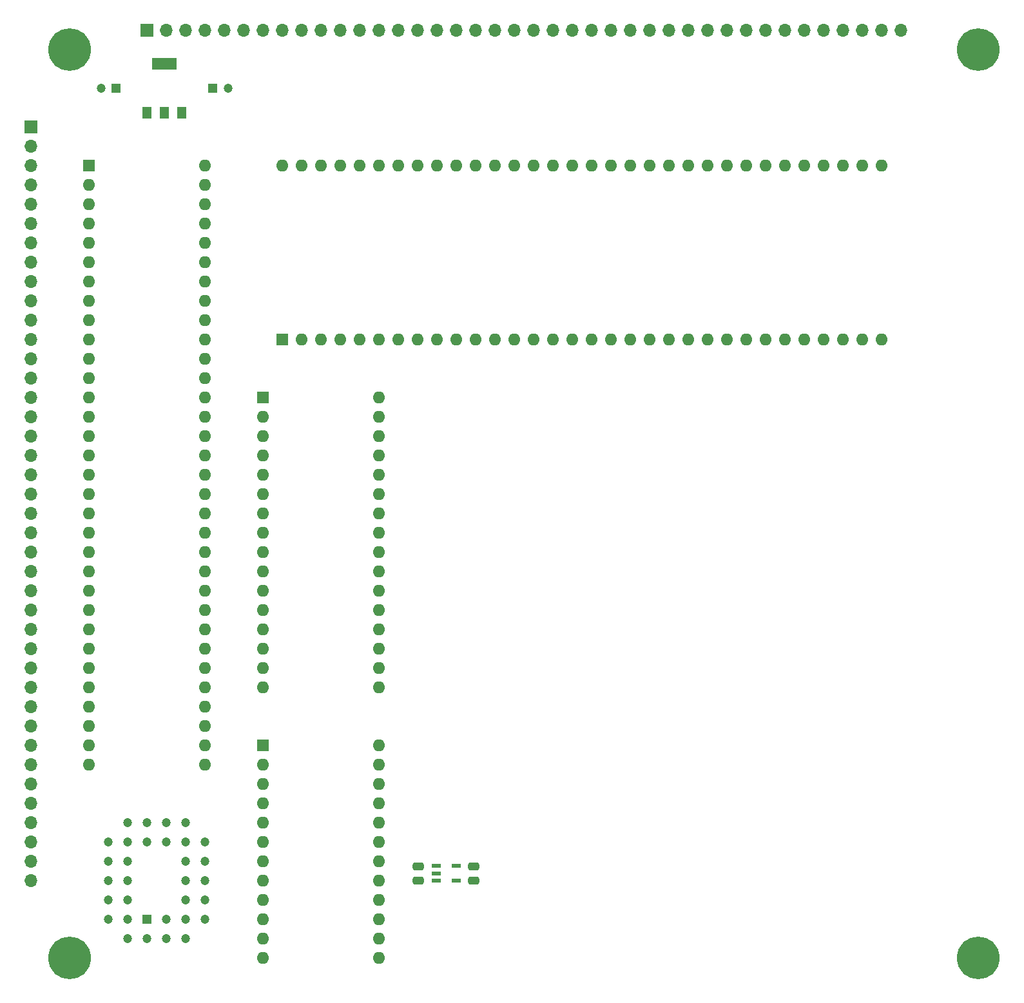
<source format=gbr>
%TF.GenerationSoftware,KiCad,Pcbnew,7.0.5*%
%TF.CreationDate,2023-12-16T12:10:52+02:00*%
%TF.ProjectId,VIA Board,56494120-426f-4617-9264-2e6b69636164,rev?*%
%TF.SameCoordinates,Original*%
%TF.FileFunction,Soldermask,Top*%
%TF.FilePolarity,Negative*%
%FSLAX46Y46*%
G04 Gerber Fmt 4.6, Leading zero omitted, Abs format (unit mm)*
G04 Created by KiCad (PCBNEW 7.0.5) date 2023-12-16 12:10:52*
%MOMM*%
%LPD*%
G01*
G04 APERTURE LIST*
G04 Aperture macros list*
%AMRoundRect*
0 Rectangle with rounded corners*
0 $1 Rounding radius*
0 $2 $3 $4 $5 $6 $7 $8 $9 X,Y pos of 4 corners*
0 Add a 4 corners polygon primitive as box body*
4,1,4,$2,$3,$4,$5,$6,$7,$8,$9,$2,$3,0*
0 Add four circle primitives for the rounded corners*
1,1,$1+$1,$2,$3*
1,1,$1+$1,$4,$5*
1,1,$1+$1,$6,$7*
1,1,$1+$1,$8,$9*
0 Add four rect primitives between the rounded corners*
20,1,$1+$1,$2,$3,$4,$5,0*
20,1,$1+$1,$4,$5,$6,$7,0*
20,1,$1+$1,$6,$7,$8,$9,0*
20,1,$1+$1,$8,$9,$2,$3,0*%
G04 Aperture macros list end*
%ADD10R,1.200000X1.500000*%
%ADD11R,3.300000X1.500000*%
%ADD12RoundRect,0.250000X0.475000X-0.250000X0.475000X0.250000X-0.475000X0.250000X-0.475000X-0.250000X0*%
%ADD13R,1.600000X1.600000*%
%ADD14O,1.600000X1.600000*%
%ADD15C,5.600000*%
%ADD16R,1.200000X1.200000*%
%ADD17C,1.200000*%
%ADD18R,1.150000X0.600000*%
%ADD19R,1.700000X1.700000*%
%ADD20O,1.700000X1.700000*%
G04 APERTURE END LIST*
D10*
%TO.C,IC3*%
X66058000Y-46380000D03*
X68358000Y-46380000D03*
X70658000Y-46380000D03*
D11*
X68358000Y-39980000D03*
%TD*%
D12*
%TO.C,C1*%
X101727000Y-147365000D03*
X101727000Y-145465000D03*
%TD*%
D13*
%TO.C,B16*%
X58420000Y-53340000D03*
D14*
X58420000Y-55880000D03*
X58420000Y-58420000D03*
X58420000Y-60960000D03*
X58420000Y-63500000D03*
X58420000Y-66040000D03*
X58420000Y-68580000D03*
X58420000Y-71120000D03*
X58420000Y-73660000D03*
X58420000Y-76200000D03*
X58420000Y-78740000D03*
X58420000Y-81280000D03*
X58420000Y-83820000D03*
X58420000Y-86360000D03*
X58420000Y-88900000D03*
X58420000Y-91440000D03*
X58420000Y-93980000D03*
X58420000Y-96520000D03*
X58420000Y-99060000D03*
X58420000Y-101600000D03*
X58420000Y-104140000D03*
X58420000Y-106680000D03*
X58420000Y-109220000D03*
X58420000Y-111760000D03*
X58420000Y-114300000D03*
X58420000Y-116840000D03*
X58420000Y-119380000D03*
X58420000Y-121920000D03*
X58420000Y-124460000D03*
X58420000Y-127000000D03*
X58420000Y-129540000D03*
X58420000Y-132080000D03*
X73660000Y-132080000D03*
X73660000Y-129540000D03*
X73660000Y-127000000D03*
X73660000Y-124460000D03*
X73660000Y-121920000D03*
X73660000Y-119380000D03*
X73660000Y-116840000D03*
X73660000Y-114300000D03*
X73660000Y-111760000D03*
X73660000Y-109220000D03*
X73660000Y-106680000D03*
X73660000Y-104140000D03*
X73660000Y-101600000D03*
X73660000Y-99060000D03*
X73660000Y-96520000D03*
X73660000Y-93980000D03*
X73660000Y-91440000D03*
X73660000Y-88900000D03*
X73660000Y-86360000D03*
X73660000Y-83820000D03*
X73660000Y-81280000D03*
X73660000Y-78740000D03*
X73660000Y-76200000D03*
X73660000Y-73660000D03*
X73660000Y-71120000D03*
X73660000Y-68580000D03*
X73660000Y-66040000D03*
X73660000Y-63500000D03*
X73660000Y-60960000D03*
X73660000Y-58420000D03*
X73660000Y-55880000D03*
X73660000Y-53340000D03*
%TD*%
D15*
%TO.C,H4*%
X175260000Y-38100000D03*
%TD*%
D16*
%TO.C,C4*%
X74708000Y-43180000D03*
D17*
X76708000Y-43180000D03*
%TD*%
D18*
%TO.C,IC2*%
X104080000Y-145420000D03*
X104080000Y-146370000D03*
X104080000Y-147320000D03*
X106680000Y-147320000D03*
X106680000Y-145420000D03*
%TD*%
D13*
%TO.C,B1*%
X83820000Y-76200000D03*
D14*
X86360000Y-76200000D03*
X88900000Y-76200000D03*
X91440000Y-76200000D03*
X93980000Y-76200000D03*
X96520000Y-76200000D03*
X99060000Y-76200000D03*
X101600000Y-76200000D03*
X104140000Y-76200000D03*
X106680000Y-76200000D03*
X109220000Y-76200000D03*
X111760000Y-76200000D03*
X114300000Y-76200000D03*
X116840000Y-76200000D03*
X119380000Y-76200000D03*
X121920000Y-76200000D03*
X124460000Y-76200000D03*
X127000000Y-76200000D03*
X129540000Y-76200000D03*
X132080000Y-76200000D03*
X134620000Y-76200000D03*
X137160000Y-76200000D03*
X139700000Y-76200000D03*
X142240000Y-76200000D03*
X144780000Y-76200000D03*
X147320000Y-76200000D03*
X149860000Y-76200000D03*
X152400000Y-76200000D03*
X154940000Y-76200000D03*
X157480000Y-76200000D03*
X160020000Y-76200000D03*
X162560000Y-76200000D03*
X162560000Y-53340000D03*
X160020000Y-53340000D03*
X157480000Y-53340000D03*
X154940000Y-53340000D03*
X152400000Y-53340000D03*
X149860000Y-53340000D03*
X147320000Y-53340000D03*
X144780000Y-53340000D03*
X142240000Y-53340000D03*
X139700000Y-53340000D03*
X137160000Y-53340000D03*
X134620000Y-53340000D03*
X132080000Y-53340000D03*
X129540000Y-53340000D03*
X127000000Y-53340000D03*
X124460000Y-53340000D03*
X121920000Y-53340000D03*
X119380000Y-53340000D03*
X116840000Y-53340000D03*
X114300000Y-53340000D03*
X111760000Y-53340000D03*
X109220000Y-53340000D03*
X106680000Y-53340000D03*
X104140000Y-53340000D03*
X101600000Y-53340000D03*
X99060000Y-53340000D03*
X96520000Y-53340000D03*
X93980000Y-53340000D03*
X91440000Y-53340000D03*
X88900000Y-53340000D03*
X86360000Y-53340000D03*
X83820000Y-53340000D03*
%TD*%
D15*
%TO.C,H1*%
X55880000Y-38100000D03*
%TD*%
D12*
%TO.C,C2*%
X108966000Y-147365000D03*
X108966000Y-145465000D03*
%TD*%
D15*
%TO.C,H3*%
X55880000Y-157480000D03*
%TD*%
%TO.C,H2*%
X175260000Y-157480000D03*
%TD*%
D16*
%TO.C,C3*%
X62008000Y-43180000D03*
D17*
X60008000Y-43180000D03*
%TD*%
D16*
%TO.C,IC1*%
X66040000Y-152400000D03*
D17*
X68580000Y-154940000D03*
X68580000Y-152400000D03*
X71120000Y-154940000D03*
X73660000Y-152400000D03*
X71120000Y-152400000D03*
X73660000Y-149860000D03*
X71120000Y-149860000D03*
X73660000Y-147320000D03*
X71120000Y-147320000D03*
X73660000Y-144780000D03*
X71120000Y-144780000D03*
X73660000Y-142240000D03*
X71120000Y-139700000D03*
X71120000Y-142240000D03*
X68580000Y-139700000D03*
X68580000Y-142240000D03*
X66040000Y-139700000D03*
X66040000Y-142240000D03*
X63500000Y-139700000D03*
X60960000Y-142240000D03*
X63500000Y-142240000D03*
X60960000Y-144780000D03*
X63500000Y-144780000D03*
X60960000Y-147320000D03*
X63500000Y-147320000D03*
X60960000Y-149860000D03*
X63500000Y-149860000D03*
X60960000Y-152400000D03*
X63500000Y-154940000D03*
X63500000Y-152400000D03*
X66040000Y-154940000D03*
%TD*%
D13*
%TO.C,B4*%
X81280000Y-129540000D03*
D14*
X81280000Y-132080000D03*
X81280000Y-134620000D03*
X81280000Y-137160000D03*
X81280000Y-139700000D03*
X81280000Y-142240000D03*
X81280000Y-144780000D03*
X81280000Y-147320000D03*
X81280000Y-149860000D03*
X81280000Y-152400000D03*
X81280000Y-154940000D03*
X81280000Y-157480000D03*
X96520000Y-157480000D03*
X96520000Y-154940000D03*
X96520000Y-152400000D03*
X96520000Y-149860000D03*
X96520000Y-147320000D03*
X96520000Y-144780000D03*
X96520000Y-142240000D03*
X96520000Y-139700000D03*
X96520000Y-137160000D03*
X96520000Y-134620000D03*
X96520000Y-132080000D03*
X96520000Y-129540000D03*
%TD*%
D19*
%TO.C,J2*%
X66040000Y-35560000D03*
D20*
X68580000Y-35560000D03*
X71120000Y-35560000D03*
X73660000Y-35560000D03*
X76200000Y-35560000D03*
X78740000Y-35560000D03*
X81280000Y-35560000D03*
X83820000Y-35560000D03*
X86360000Y-35560000D03*
X88900000Y-35560000D03*
X91440000Y-35560000D03*
X93980000Y-35560000D03*
X96520000Y-35560000D03*
X99060000Y-35560000D03*
X101600000Y-35560000D03*
X104140000Y-35560000D03*
X106680000Y-35560000D03*
X109220000Y-35560000D03*
X111760000Y-35560000D03*
X114300000Y-35560000D03*
X116840000Y-35560000D03*
X119380000Y-35560000D03*
X121920000Y-35560000D03*
X124460000Y-35560000D03*
X127000000Y-35560000D03*
X129540000Y-35560000D03*
X132080000Y-35560000D03*
X134620000Y-35560000D03*
X137160000Y-35560000D03*
X139700000Y-35560000D03*
X142240000Y-35560000D03*
X144780000Y-35560000D03*
X147320000Y-35560000D03*
X149860000Y-35560000D03*
X152400000Y-35560000D03*
X154940000Y-35560000D03*
X157480000Y-35560000D03*
X160020000Y-35560000D03*
X162560000Y-35560000D03*
X165100000Y-35560000D03*
%TD*%
D13*
%TO.C,B3*%
X81280000Y-83820000D03*
D14*
X81280000Y-86360000D03*
X81280000Y-88900000D03*
X81280000Y-91440000D03*
X81280000Y-93980000D03*
X81280000Y-96520000D03*
X81280000Y-99060000D03*
X81280000Y-101600000D03*
X81280000Y-104140000D03*
X81280000Y-106680000D03*
X81280000Y-109220000D03*
X81280000Y-111760000D03*
X81280000Y-114300000D03*
X81280000Y-116840000D03*
X81280000Y-119380000D03*
X81280000Y-121920000D03*
X96520000Y-121920000D03*
X96520000Y-119380000D03*
X96520000Y-116840000D03*
X96520000Y-114300000D03*
X96520000Y-111760000D03*
X96520000Y-109220000D03*
X96520000Y-106680000D03*
X96520000Y-104140000D03*
X96520000Y-101600000D03*
X96520000Y-99060000D03*
X96520000Y-96520000D03*
X96520000Y-93980000D03*
X96520000Y-91440000D03*
X96520000Y-88900000D03*
X96520000Y-86360000D03*
X96520000Y-83820000D03*
%TD*%
D19*
%TO.C,J1*%
X50800000Y-48260000D03*
D20*
X50800000Y-50800000D03*
X50800000Y-53340000D03*
X50800000Y-55880000D03*
X50800000Y-58420000D03*
X50800000Y-60960000D03*
X50800000Y-63500000D03*
X50800000Y-66040000D03*
X50800000Y-68580000D03*
X50800000Y-71120000D03*
X50800000Y-73660000D03*
X50800000Y-76200000D03*
X50800000Y-78740000D03*
X50800000Y-81280000D03*
X50800000Y-83820000D03*
X50800000Y-86360000D03*
X50800000Y-88900000D03*
X50800000Y-91440000D03*
X50800000Y-93980000D03*
X50800000Y-96520000D03*
X50800000Y-99060000D03*
X50800000Y-101600000D03*
X50800000Y-104140000D03*
X50800000Y-106680000D03*
X50800000Y-109220000D03*
X50800000Y-111760000D03*
X50800000Y-114300000D03*
X50800000Y-116840000D03*
X50800000Y-119380000D03*
X50800000Y-121920000D03*
X50800000Y-124460000D03*
X50800000Y-127000000D03*
X50800000Y-129540000D03*
X50800000Y-132080000D03*
X50800000Y-134620000D03*
X50800000Y-137160000D03*
X50800000Y-139700000D03*
X50800000Y-142240000D03*
X50800000Y-144780000D03*
X50800000Y-147320000D03*
%TD*%
M02*

</source>
